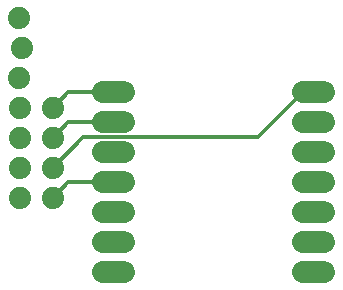
<source format=gbr>
G04 EAGLE Gerber RS-274X export*
G75*
%MOMM*%
%FSLAX34Y34*%
%LPD*%
%INTop Copper*%
%IPPOS*%
%AMOC8*
5,1,8,0,0,1.08239X$1,22.5*%
G01*
G04 Define Apertures*
%ADD10C,1.828800*%
%ADD11C,1.879600*%
%ADD12C,0.304800*%
D10*
X270565Y38800D02*
X288853Y38800D01*
X288853Y64200D02*
X270565Y64200D01*
X270565Y89600D02*
X288853Y89600D01*
X288853Y115000D02*
X270565Y115000D01*
X270565Y140400D02*
X288853Y140400D01*
X288853Y165800D02*
X270565Y165800D01*
X270565Y191200D02*
X288853Y191200D01*
X119435Y191200D02*
X101147Y191200D01*
X101147Y165800D02*
X119435Y165800D01*
X119435Y140400D02*
X101147Y140400D01*
X101147Y115000D02*
X119435Y115000D01*
X119435Y89600D02*
X101147Y89600D01*
X101147Y64200D02*
X119435Y64200D01*
X119435Y38800D02*
X101147Y38800D01*
D11*
X58970Y101900D03*
X31030Y101900D03*
X58970Y127300D03*
X31030Y127300D03*
X58970Y152700D03*
X31030Y152700D03*
X58970Y178100D03*
X31030Y178100D03*
X30480Y203200D03*
X33020Y228600D03*
X30480Y254000D03*
D12*
X72070Y115000D02*
X119435Y115000D01*
X72070Y115000D02*
X58970Y101900D01*
X58970Y127300D02*
X84670Y153000D01*
X232365Y153000D01*
X270565Y191200D01*
X119435Y165800D02*
X72070Y165800D01*
X58970Y152700D01*
X72070Y191200D02*
X119435Y191200D01*
X72070Y191200D02*
X58970Y178100D01*
M02*

</source>
